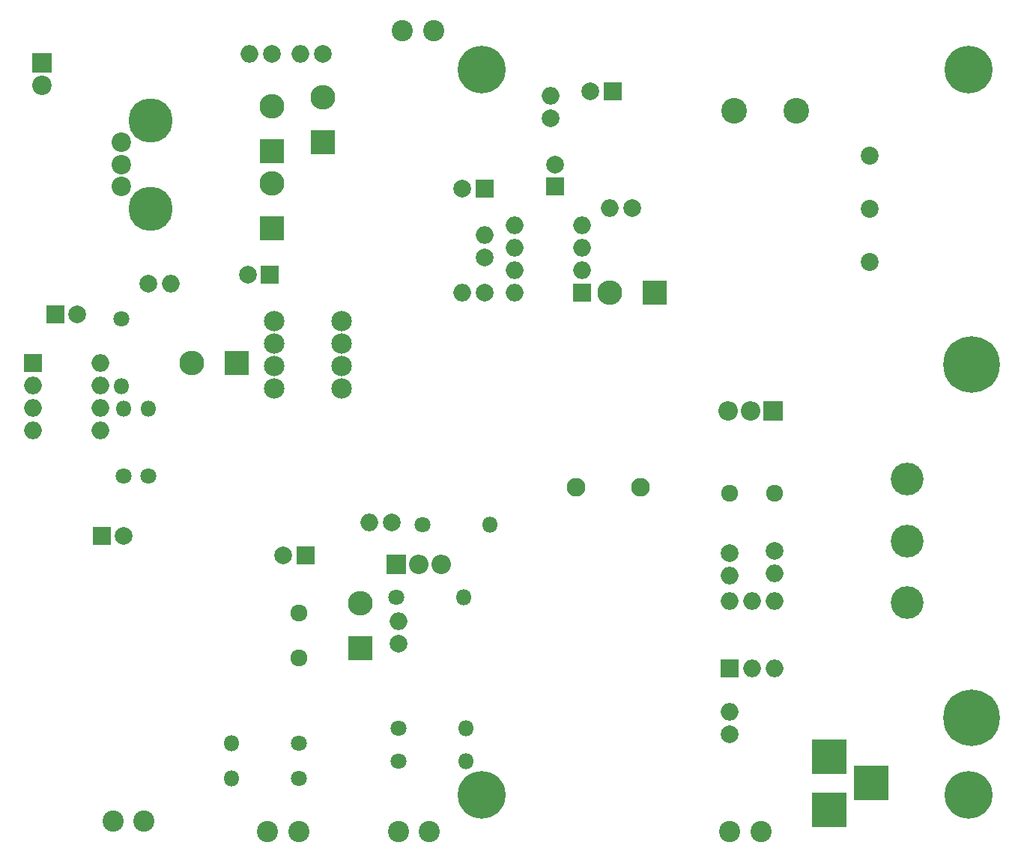
<source format=gbr>
G04 #@! TF.FileFunction,Soldermask,Bot*
%FSLAX46Y46*%
G04 Gerber Fmt 4.6, Leading zero omitted, Abs format (unit mm)*
G04 Created by KiCad (PCBNEW 4.0.5) date Friday, May 26, 2017 'AMt' 10:19:46 AM*
%MOMM*%
%LPD*%
G01*
G04 APERTURE LIST*
%ADD10C,0.100000*%
%ADD11R,2.000000X2.000000*%
%ADD12C,2.000000*%
%ADD13C,2.305000*%
%ADD14R,2.200000X2.200000*%
%ADD15C,2.200000*%
%ADD16C,1.800000*%
%ADD17O,1.800000X1.800000*%
%ADD18O,2.000000X2.000000*%
%ADD19O,2.200000X2.200000*%
%ADD20C,5.000000*%
%ADD21R,3.900000X3.900000*%
%ADD22R,2.800000X2.800000*%
%ADD23O,2.800000X2.800000*%
%ADD24C,2.400000*%
%ADD25C,2.124000*%
%ADD26C,2.024000*%
%ADD27C,1.924000*%
%ADD28C,2.900000*%
%ADD29C,6.400000*%
%ADD30C,3.700000*%
%ADD31C,5.400000*%
G04 APERTURE END LIST*
D10*
D11*
X37296800Y35199200D03*
D12*
X34796800Y35199200D03*
D13*
X41356800Y54139200D03*
X41356800Y56679200D03*
X41356800Y59219200D03*
X41356800Y61759200D03*
X33736800Y61759200D03*
X33736800Y59219200D03*
X33736800Y56679200D03*
X33736800Y54139200D03*
D14*
X7546800Y90949200D03*
D15*
X7546800Y88409200D03*
D16*
X19546800Y44199200D03*
D17*
X19546800Y51819200D03*
D16*
X47796800Y15699200D03*
D17*
X55416800Y15699200D03*
D16*
X16796800Y44199200D03*
D17*
X16796800Y51819200D03*
D16*
X47796800Y11949200D03*
D17*
X55416800Y11949200D03*
D16*
X36546800Y13949200D03*
D17*
X28926800Y13949200D03*
D16*
X36546800Y9949200D03*
D17*
X28926800Y9949200D03*
D12*
X39296800Y91949200D03*
D18*
X36756800Y91949200D03*
D12*
X33546800Y91949200D03*
D18*
X31006800Y91949200D03*
D11*
X9046800Y62449200D03*
D12*
X11546800Y62449200D03*
D16*
X16546800Y61949200D03*
D17*
X16546800Y54329200D03*
D11*
X14296800Y37449200D03*
D12*
X16796800Y37449200D03*
D14*
X90196800Y51549200D03*
D19*
X87656800Y51549200D03*
X85116800Y51549200D03*
D15*
X16546800Y76949200D03*
X16546800Y79449200D03*
X16546800Y81949200D03*
D20*
X19846800Y74449200D03*
X19846800Y84449200D03*
D11*
X6546800Y56949200D03*
D18*
X14166800Y49329200D03*
X6546800Y54409200D03*
X14166800Y51869200D03*
X6546800Y51869200D03*
X14166800Y54409200D03*
X6546800Y49329200D03*
X14166800Y56949200D03*
D11*
X33296800Y66949200D03*
D12*
X30796800Y66949200D03*
D21*
X96546800Y12449200D03*
X96546800Y6449200D03*
X101246800Y9449200D03*
D11*
X57546800Y76699200D03*
D12*
X55046800Y76699200D03*
D11*
X65546800Y76949200D03*
D12*
X65546800Y79449200D03*
D11*
X72046800Y87699200D03*
D12*
X69546800Y87699200D03*
D22*
X76756400Y64945000D03*
D23*
X71676400Y64945000D03*
D12*
X57546800Y68949200D03*
D18*
X57546800Y71489200D03*
D12*
X57546800Y64949200D03*
D18*
X55006800Y64949200D03*
D12*
X65046800Y84699200D03*
D18*
X65046800Y87239200D03*
D12*
X74269600Y74498200D03*
D18*
X71729600Y74498200D03*
D12*
X19546800Y65949200D03*
D18*
X22086800Y65949200D03*
D12*
X85296800Y35449200D03*
D18*
X85296800Y32909200D03*
D12*
X90296800Y35699200D03*
D18*
X90296800Y33159200D03*
D11*
X85296800Y22449200D03*
D18*
X90376800Y30069200D03*
X87836800Y22449200D03*
X87836800Y30069200D03*
X90376800Y22449200D03*
X85296800Y30069200D03*
D11*
X68546800Y64949200D03*
D18*
X60926800Y72569200D03*
X68546800Y67489200D03*
X60926800Y70029200D03*
X68546800Y70029200D03*
X60926800Y67489200D03*
X68546800Y72569200D03*
X60926800Y64949200D03*
D22*
X33546800Y80949200D03*
D23*
X33546800Y86029200D03*
D22*
X39296800Y81949200D03*
D23*
X39296800Y87029200D03*
D22*
X33546800Y72199200D03*
D23*
X33546800Y77279200D03*
D22*
X29546800Y56949200D03*
D23*
X24466800Y56949200D03*
D12*
X85296800Y14949200D03*
D18*
X85296800Y17489200D03*
D24*
X48296800Y94549200D03*
X51796800Y94549200D03*
X19046800Y5199200D03*
X15546800Y5199200D03*
D25*
X75216800Y42949200D03*
X67886800Y42949200D03*
D24*
X88796800Y3949200D03*
X85296800Y3949200D03*
D26*
X101046800Y74449200D03*
X101046800Y80449200D03*
X101046800Y68449200D03*
D27*
X36546800Y23599200D03*
X36546800Y28699200D03*
X85246800Y42249200D03*
X90346800Y42249200D03*
D24*
X47796800Y3949200D03*
X51296800Y3949200D03*
X36546800Y3949200D03*
X33046800Y3949200D03*
D16*
X50546800Y38699200D03*
D17*
X58166800Y38699200D03*
D16*
X47546800Y30449200D03*
D17*
X55166800Y30449200D03*
D22*
X43546800Y24699200D03*
D23*
X43546800Y29779200D03*
D12*
X47046800Y38949200D03*
D18*
X44506800Y38949200D03*
D12*
X47796800Y25199200D03*
D18*
X47796800Y27739200D03*
D14*
X47546800Y34199200D03*
D19*
X50086800Y34199200D03*
X52626800Y34199200D03*
D28*
X92796800Y85549200D03*
X85796800Y85549200D03*
D29*
X112596800Y56849200D03*
X112596800Y16849200D03*
D30*
X105296800Y36849200D03*
X105296800Y43849200D03*
X105296800Y29849200D03*
D31*
X57256800Y8169200D03*
X112256800Y8169200D03*
X112256800Y90169200D03*
X57256800Y90169200D03*
M02*

</source>
